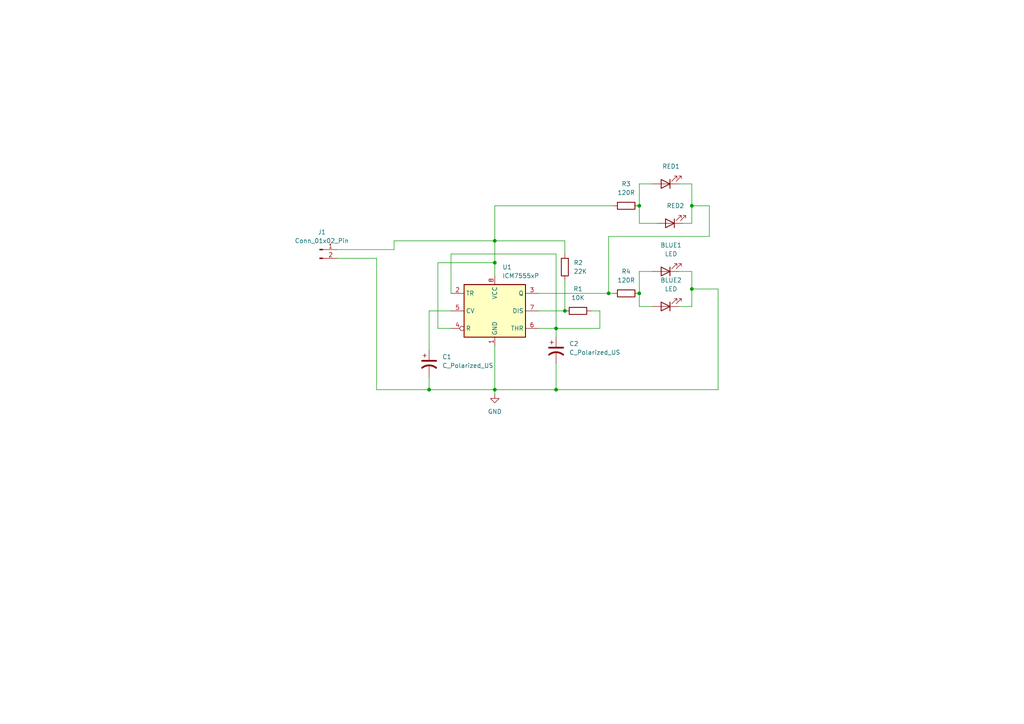
<source format=kicad_sch>
(kicad_sch (version 20231120) (generator "eeschema") (generator_version "8.0")
  (paper "A4")
  (title_block (title "555 Police Light") (date "2024-12-19") (rev "v01") (comment 3 "LICENCE BY CC 4.0") (comment 4 "Author: PUTSHU LUNGHE "))
  (lib_symbols
    (symbol "Connector:Conn_01x02_Pin" (pin_names (offset 1.016) hide)
      (property "Reference" "J" (at 0 2.54 0))
      (property "Value" "Conn_01x02_Pin" (at 0 -5.08 0))
      (symbol "Conn_01x02_Pin_1_1"
        (polyline (pts (xy 1.27 -2.54) (xy 0.8636 -2.54)) (stroke (width 0.1524)))
        (polyline (pts (xy 1.27 0) (xy 0.8636 0)) (stroke (width 0.1524)))
        (rectangle (start 0.8636 -2.413) (end 0 -2.667) (stroke (width 0.1524)) (fill (type outline)))
        (rectangle (start 0.8636 0.127) (end 0 -0.127) (stroke (width 0.1524)) (fill (type outline)))
        (pin passive line (at 5.08 0 180) (length 3.81) (name "Pin_1") (number "1"))
        (pin passive line (at 5.08 -2.54 180) (length 3.81) (name "Pin_2") (number "2"))
      )
    )
    (symbol "Device:C_Polarized_US" (pin_numbers hide) (pin_names (offset 0.254) hide)
      (property "Reference" "C" (at 0.635 2.54 0))
      (property "Value" "C_Polarized_US" (at 0.635 -2.54 0))
      (symbol "C_Polarized_US_0_1"
        (polyline (pts (xy -2.032 0.762) (xy 2.032 0.762)) (stroke (width 0.508)))
        (polyline (pts (xy -1.778 2.286) (xy -0.762 2.286)))
        (polyline (pts (xy -1.27 1.778) (xy -1.27 2.794)))
        (arc (start 2.032 -1.27) (mid 0 -0.5572) (end -2.032 -1.27) (stroke (width 0.508)))
      )
      (symbol "C_Polarized_US_1_1"
        (pin passive line (at 0 3.81 270) (length 2.794) (name "~") (number "1"))
        (pin passive line (at 0 -3.81 90) (length 3.302) (name "~") (number "2"))
      )
    )
    (symbol "Device:LED" (pin_numbers hide) (pin_names (offset 1.016) hide)
      (property "Reference" "D" (at 0 2.54 0))
      (property "Value" "LED" (at 0 -2.54 0))
      (symbol "LED_0_1"
        (polyline (pts (xy -1.27 -1.27) (xy -1.27 1.27)) (stroke (width 0.254)))
        (polyline (pts (xy -1.27 0) (xy 1.27 0)))
        (polyline (pts (xy 1.27 -1.27) (xy 1.27 1.27) (xy -1.27 0) (xy 1.27 -1.27)) (stroke (width 0.254)))
        (polyline (pts (xy -3.048 -0.762) (xy -4.572 -2.286) (xy -3.81 -2.286) (xy -4.572 -2.286) (xy -4.572 -1.524)))
        (polyline (pts (xy -1.778 -0.762) (xy -3.302 -2.286) (xy -2.54 -2.286) (xy -3.302 -2.286) (xy -3.302 -1.524)))
      )
      (symbol "LED_1_1"
        (pin passive line (at -3.81 0 0) (length 2.54) (name "K") (number "1"))
        (pin passive line (at 3.81 0 180) (length 2.54) (name "A") (number "2"))
      )
    )
    (symbol "Device:R" (pin_numbers hide) (pin_names (offset 0))
      (property "Reference" "R" (at 2.032 0 90))
      (property "Value" "R" (at 0 0 90))
      (symbol "R_0_1"
        (rectangle (start -1.016 -2.54) (end 1.016 2.54) (stroke (width 0.254)))
      )
      (symbol "R_1_1"
        (pin passive line (at 0 3.81 270) (length 1.27) (name "~") (number "1"))
        (pin passive line (at 0 -3.81 90) (length 1.27) (name "~") (number "2"))
      )
    )
    (symbol "Timer:ICM7555xP"
      (property "Reference" "U" (at -10.16 8.89 0))
      (property "Value" "ICM7555xP" (at 2.54 8.89 0))
      (symbol "ICM7555xP_0_0"
        (pin power_in line (at 0 -10.16 90) (length 2.54) (name "GND") (number "1"))
        (pin power_in line (at 0 10.16 270) (length 2.54) (name "VCC") (number "8"))
      )
      (symbol "ICM7555xP_0_1"
        (rectangle (start -8.89 -7.62) (end 8.89 7.62) (stroke (width 0.254)) (fill (type background)))
        (rectangle (start -8.89 -7.62) (end 8.89 7.62) (stroke (width 0.254)) (fill (type background)))
      )
      (symbol "ICM7555xP_1_1"
        (pin input line (at -12.7 5.08 0) (length 3.81) (name "TR") (number "2"))
        (pin output line (at 12.7 5.08 180) (length 3.81) (name "Q") (number "3"))
        (pin input inverted (at -12.7 -5.08 0) (length 3.81) (name "R") (number "4"))
        (pin input line (at -12.7 0 0) (length 3.81) (name "CV") (number "5"))
        (pin input line (at 12.7 -5.08 180) (length 3.81) (name "THR") (number "6"))
        (pin input line (at 12.7 0 180) (length 3.81) (name "DIS") (number "7"))
      )
    )
    (symbol "power:GND" (power) (pin_numbers hide) (pin_names (offset 0) hide)
      (property "Value" "GND" (at 0 -3.81 0))
      (symbol "GND_0_1"
        (polyline (pts (xy 0 0) (xy 0 -1.27) (xy 1.27 -1.27) (xy 0 -2.54) (xy -1.27 -1.27) (xy 0 -1.27)))
      )
      (symbol "GND_1_1"
        (pin power_in line (at 0 0 270) (length 0) (name "~") (number "1"))
      )
    )
  )
  (junction (at 143.51 69.85))
  (junction (at 143.51 113.03))
  (junction (at 185.42 85.09))
  (junction (at 185.42 59.69))
  (junction (at 200.66 83.82))
  (junction (at 163.83 90.17))
  (junction (at 161.29 95.25))
  (junction (at 124.46 113.03))
  (junction (at 143.51 76.2))
  (junction (at 176.53 85.09))
  (junction (at 200.66 59.69))
  (junction (at 161.29 113.03))
  (wire (pts (xy 97.79 74.93) (xy 109.22 74.93)))
  (wire (pts (xy 177.8 59.69) (xy 143.51 59.69)))
  (wire (pts (xy 189.23 88.9) (xy 185.42 88.9)))
  (wire (pts (xy 161.29 73.66) (xy 161.29 95.25)))
  (wire (pts (xy 163.83 81.28) (xy 163.83 90.17)))
  (wire (pts (xy 161.29 113.03) (xy 143.51 113.03)))
  (wire (pts (xy 176.53 85.09) (xy 176.53 68.58)))
  (wire (pts (xy 185.42 85.09) (xy 185.42 78.74)))
  (wire (pts (xy 185.42 78.74) (xy 189.23 78.74)))
  (wire (pts (xy 161.29 105.41) (xy 161.29 113.03)))
  (wire (pts (xy 196.85 78.74) (xy 200.66 78.74)))
  (wire (pts (xy 130.81 73.66) (xy 161.29 73.66)))
  (wire (pts (xy 208.28 83.82) (xy 200.66 83.82)))
  (wire (pts (xy 143.51 69.85) (xy 143.51 76.2)))
  (wire (pts (xy 171.45 90.17) (xy 173.99 90.17)))
  (wire (pts (xy 200.66 78.74) (xy 200.66 83.82)))
  (wire (pts (xy 173.99 90.17) (xy 173.99 95.25)))
  (wire (pts (xy 205.74 59.69) (xy 200.66 59.69)))
  (wire (pts (xy 190.5 64.77) (xy 185.42 64.77)))
  (wire (pts (xy 161.29 113.03) (xy 208.28 113.03)))
  (wire (pts (xy 185.42 53.34) (xy 189.23 53.34)))
  (wire (pts (xy 176.53 85.09) (xy 177.8 85.09)))
  (wire (pts (xy 200.66 59.69) (xy 200.66 64.77)))
  (wire (pts (xy 97.79 72.39) (xy 114.3 72.39)))
  (wire (pts (xy 200.66 83.82) (xy 200.66 88.9)))
  (wire (pts (xy 163.83 69.85) (xy 143.51 69.85)))
  (wire (pts (xy 161.29 95.25) (xy 156.21 95.25)))
  (wire (pts (xy 205.74 68.58) (xy 205.74 59.69)))
  (wire (pts (xy 109.22 113.03) (xy 124.46 113.03)))
  (wire (pts (xy 200.66 53.34) (xy 200.66 59.69)))
  (wire (pts (xy 124.46 109.22) (xy 124.46 113.03)))
  (wire (pts (xy 176.53 68.58) (xy 205.74 68.58)))
  (wire (pts (xy 124.46 113.03) (xy 143.51 113.03)))
  (wire (pts (xy 143.51 76.2) (xy 143.51 80.01)))
  (wire (pts (xy 185.42 64.77) (xy 185.42 59.69)))
  (wire (pts (xy 156.21 85.09) (xy 176.53 85.09)))
  (wire (pts (xy 124.46 90.17) (xy 124.46 101.6)))
  (wire (pts (xy 109.22 74.93) (xy 109.22 113.03)))
  (wire (pts (xy 200.66 88.9) (xy 196.85 88.9)))
  (wire (pts (xy 208.28 113.03) (xy 208.28 83.82)))
  (wire (pts (xy 200.66 64.77) (xy 198.12 64.77)))
  (wire (pts (xy 130.81 95.25) (xy 127 95.25)))
  (wire (pts (xy 143.51 113.03) (xy 143.51 114.3)))
  (wire (pts (xy 143.51 100.33) (xy 143.51 113.03)))
  (wire (pts (xy 127 76.2) (xy 143.51 76.2)))
  (wire (pts (xy 185.42 88.9) (xy 185.42 85.09)))
  (wire (pts (xy 163.83 73.66) (xy 163.83 69.85)))
  (wire (pts (xy 156.21 90.17) (xy 163.83 90.17)))
  (wire (pts (xy 114.3 72.39) (xy 114.3 69.85)))
  (wire (pts (xy 161.29 95.25) (xy 161.29 97.79)))
  (wire (pts (xy 114.3 69.85) (xy 143.51 69.85)))
  (wire (pts (xy 143.51 59.69) (xy 143.51 69.85)))
  (wire (pts (xy 130.81 90.17) (xy 124.46 90.17)))
  (wire (pts (xy 173.99 95.25) (xy 161.29 95.25)))
  (wire (pts (xy 196.85 53.34) (xy 200.66 53.34)))
  (wire (pts (xy 185.42 59.69) (xy 185.42 53.34)))
  (wire (pts (xy 130.81 85.09) (xy 130.81 73.66)))
  (wire (pts (xy 127 95.25) (xy 127 76.2)))
  (symbol (lib_id "Device:R") (at 181.61 85.09 90) (unit 1)
    (property "Reference" "R4" (at 181.61 78.74 90))
    (property "Value" "120R" (at 181.61 81.28 90))
    (property "Footprint" "Resistor_THT:R_Axial_DIN0204_L3.6mm_D1.6mm_P5.08mm_Horizontal" (effects (hide yes)))
    (property "Description" "Resistor" (effects (hide yes)))
  )
  (symbol (lib_id "Device:LED") (at 193.04 78.74 180) (unit 1)
    (property "Reference" "BLUE1" (at 194.6275 71.12 0))
    (property "Value" "LED" (at 194.6275 73.66 0))
    (property "Footprint" "LED_THT:LED_D3.0mm_Clear" (effects (hide yes)))
    (property "Description" "Light emitting diode" (effects (hide yes)))
  )
  (symbol (lib_id "power:GND") (at 143.51 114.3 0) (unit 1)
    (property "Reference" "#PWR01" (effects (hide yes)))
    (property "Value" "GND" (at 143.51 119.38 0))
    (property "Description" "Power symbol creates a global label with name \"GND\" , ground" (effects (hide yes)))
  )
  (symbol (lib_id "Device:LED") (at 194.31 64.77 180) (unit 1)
    (property "Reference" "RED2" (at 195.8975 59.69 0))
    (property "Value" "RED" (effects (hide yes)))
    (property "Footprint" "LED_THT:LED_D3.0mm" (effects (hide yes)))
    (property "Description" "Light emitting diode" (effects (hide yes)))
  )
  (symbol (lib_id "Device:R") (at 163.83 77.47 0) (unit 1)
    (property "Reference" "R2" (at 166.37 76.1999 0) (effects (justify left)))
    (property "Value" "22K" (at 166.37 78.7399 0) (effects (justify left)))
    (property "Footprint" "Resistor_THT:R_Axial_DIN0204_L3.6mm_D1.6mm_P5.08mm_Horizontal" (effects (hide yes)))
    (property "Description" "Resistor" (effects (hide yes)))
  )
  (symbol (lib_id "Timer:ICM7555xP") (at 143.51 90.17 0) (unit 1)
    (property "Reference" "U1" (at 145.7041 77.47 0) (effects (justify left)))
    (property "Value" "ICM7555xP" (at 145.7041 80.01 0) (effects (justify left)))
    (property "Footprint" "Package_DIP:DIP-8_W7.62mm" (effects (hide yes)))
    (property "Datasheet" "http://www.intersil.com/content/dam/Intersil/documents/icm7/icm7555-56.pdf" (effects (hide yes)))
    (property "Description" "CMOS General Purpose Timer, 555 compatible, PDIP-8" (effects (hide yes)))
  )
  (symbol (lib_id "Device:LED") (at 193.04 53.34 180) (unit 1)
    (property "Reference" "RED1" (at 194.6275 48.26 0))
    (property "Value" "RED" (effects (hide yes)))
    (property "Footprint" "LED_THT:LED_D3.0mm" (effects (hide yes)))
    (property "Description" "Light emitting diode" (effects (hide yes)))
  )
  (symbol (lib_id "Device:R") (at 181.61 59.69 90) (unit 1)
    (property "Reference" "R3" (at 181.61 53.34 90))
    (property "Value" "120R" (at 181.61 55.88 90))
    (property "Footprint" "Resistor_THT:R_Axial_DIN0204_L3.6mm_D1.6mm_P5.08mm_Horizontal" (effects (hide yes)))
    (property "Description" "Resistor" (effects (hide yes)))
  )
  (symbol (lib_id "Device:LED") (at 193.04 88.9 180) (unit 1)
    (property "Reference" "BLUE2" (at 194.6275 81.28 0))
    (property "Value" "LED" (at 194.6275 83.82 0))
    (property "Footprint" "LED_THT:LED_D3.0mm_Clear" (effects (hide yes)))
    (property "Description" "Light emitting diode" (effects (hide yes)))
  )
  (symbol (lib_id "Connector:Conn_01x02_Pin") (at 92.71 72.39 0) (unit 1)
    (property "Reference" "J1" (at 93.345 67.31 0))
    (property "Value" "Conn_01x02_Pin" (at 93.345 69.85 0))
    (property "Footprint" "Connector_PinHeader_2.00mm:PinHeader_1x02_P2.00mm_Vertical" (effects (hide yes)))
    (property "Description" "Generic connector, single row, 01x02, script generated" (effects (hide yes)))
  )
  (symbol (lib_id "Device:R") (at 167.64 90.17 90) (unit 1)
    (property "Reference" "R1" (at 167.64 83.82 90))
    (property "Value" "10K" (at 167.64 86.36 90))
    (property "Footprint" "Resistor_THT:R_Axial_DIN0204_L3.6mm_D1.6mm_P5.08mm_Horizontal" (effects (hide yes)))
    (property "Description" "Resistor" (effects (hide yes)))
  )
  (symbol (lib_id "Device:C_Polarized_US") (at 124.46 105.41 0) (unit 1)
    (property "Reference" "C1" (at 128.27 103.5049 0) (effects (justify left)))
    (property "Value" "C_Polarized_US" (at 128.27 106.0449 0) (effects (justify left)))
    (property "Footprint" "Capacitor_THT:CP_Radial_D4.0mm_P1.50mm" (effects (hide yes)))
    (property "Description" "Polarized capacitor, US symbol" (effects (hide yes)))
  )
  (symbol (lib_id "Device:C_Polarized_US") (at 161.29 101.6 0) (unit 1)
    (property "Reference" "C2" (at 165.1 99.6949 0) (effects (justify left)))
    (property "Value" "C_Polarized_US" (at 165.1 102.2349 0) (effects (justify left)))
    (property "Footprint" "Capacitor_THT:CP_Radial_D5.0mm_P2.50mm" (effects (hide yes)))
    (property "Description" "Polarized capacitor, US symbol" (effects (hide yes)))
  )
)
</source>
